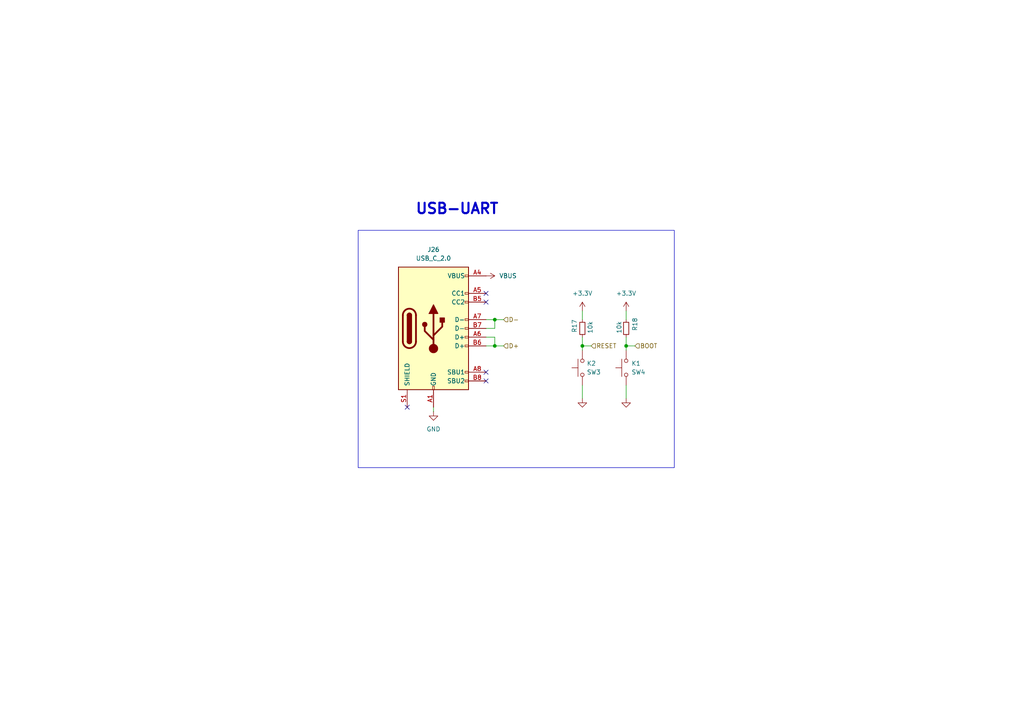
<source format=kicad_sch>
(kicad_sch (version 20231120) (generator "eeschema") (generator_version "8.0")
  (paper "A4")
  (lib_symbols
    (symbol "Connector:USB_C_Receptacle_USB2.0" (pin_names (offset 1.016))
      (property "Reference" "J" (at -10.16 19.05 0))
      (property "Value" "USB_C_Receptacle_USB2.0" (at 19.05 19.05 0))
      (symbol "USB_C_Receptacle_USB2.0_0_0"
        (rectangle (start -0.254 -17.78) (end 0.254 -16.764))
        (rectangle (start 10.16 -14.986) (end 9.144 -15.494))
        (rectangle (start 10.16 -12.446) (end 9.144 -12.954))
        (rectangle (start 10.16 -4.826) (end 9.144 -5.334))
        (rectangle (start 10.16 -2.286) (end 9.144 -2.794))
        (rectangle (start 10.16 0.254) (end 9.144 -0.254))
        (rectangle (start 10.16 2.794) (end 9.144 2.286))
        (rectangle (start 10.16 7.874) (end 9.144 7.366))
        (rectangle (start 10.16 10.414) (end 9.144 9.906))
        (rectangle (start 10.16 15.494) (end 9.144 14.986))
      )
      (symbol "USB_C_Receptacle_USB2.0_0_1"
        (rectangle (start -10.16 17.78) (end 10.16 -17.78) (stroke (width 0.254)) (fill (type background)))
        (arc (start -8.89 -3.81) (mid -6.985 -5.7067) (end -5.08 -3.81) (stroke (width 0.508)))
        (arc (start -7.62 -3.81) (mid -6.985 -4.4423) (end -6.35 -3.81) (stroke (width 0.254)))
        (arc (start -7.62 -3.81) (mid -6.985 -4.4423) (end -6.35 -3.81) (stroke (width 0.254)) (fill (type outline)))
        (rectangle (start -7.62 -3.81) (end -6.35 3.81) (stroke (width 0.254)) (fill (type outline)))
        (arc (start -6.35 3.81) (mid -6.985 4.4423) (end -7.62 3.81) (stroke (width 0.254)))
        (arc (start -6.35 3.81) (mid -6.985 4.4423) (end -7.62 3.81) (stroke (width 0.254)) (fill (type outline)))
        (arc (start -5.08 3.81) (mid -6.985 5.7067) (end -8.89 3.81) (stroke (width 0.508)))
        (circle (center -2.54 1.143) (radius 0.635) (stroke (width 0.254)) (fill (type outline)))
        (circle (center 0 -5.842) (radius 1.27) (fill (type outline)))
        (polyline (pts (xy -8.89 -3.81) (xy -8.89 3.81)) (stroke (width 0.508)))
        (polyline (pts (xy -5.08 3.81) (xy -5.08 -3.81)) (stroke (width 0.508)))
        (polyline (pts (xy 0 -5.842) (xy 0 4.318)) (stroke (width 0.508)))
        (polyline (pts (xy 0 -3.302) (xy -2.54 -0.762) (xy -2.54 0.508)) (stroke (width 0.508)))
        (polyline (pts (xy 0 -2.032) (xy 2.54 0.508) (xy 2.54 1.778)) (stroke (width 0.508)))
        (polyline (pts (xy -1.27 4.318) (xy 0 6.858) (xy 1.27 4.318) (xy -1.27 4.318)) (stroke (width 0.254)) (fill (type outline)))
        (rectangle (start 1.905 1.778) (end 3.175 3.048) (stroke (width 0.254)) (fill (type outline)))
      )
      (symbol "USB_C_Receptacle_USB2.0_1_1"
        (pin passive line (at 0 -22.86 90) (length 5.08) (name "GND") (number "A1"))
        (pin passive line (at 0 -22.86 90) (length 5.08) hide (name "GND") (number "A12"))
        (pin passive line (at 15.24 15.24 180) (length 5.08) (name "VBUS") (number "A4"))
        (pin bidirectional line (at 15.24 10.16 180) (length 5.08) (name "CC1") (number "A5"))
        (pin bidirectional line (at 15.24 -2.54 180) (length 5.08) (name "D+") (number "A6"))
        (pin bidirectional line (at 15.24 2.54 180) (length 5.08) (name "D-") (number "A7"))
        (pin bidirectional line (at 15.24 -12.7 180) (length 5.08) (name "SBU1") (number "A8"))
        (pin passive line (at 15.24 15.24 180) (length 5.08) hide (name "VBUS") (number "A9"))
        (pin passive line (at 0 -22.86 90) (length 5.08) hide (name "GND") (number "B1"))
        (pin passive line (at 0 -22.86 90) (length 5.08) hide (name "GND") (number "B12"))
        (pin passive line (at 15.24 15.24 180) (length 5.08) hide (name "VBUS") (number "B4"))
        (pin bidirectional line (at 15.24 7.62 180) (length 5.08) (name "CC2") (number "B5"))
        (pin bidirectional line (at 15.24 -5.08 180) (length 5.08) (name "D+") (number "B6"))
        (pin bidirectional line (at 15.24 0 180) (length 5.08) (name "D-") (number "B7"))
        (pin bidirectional line (at 15.24 -15.24 180) (length 5.08) (name "SBU2") (number "B8"))
        (pin passive line (at 15.24 15.24 180) (length 5.08) hide (name "VBUS") (number "B9"))
        (pin passive line (at -7.62 -22.86 90) (length 5.08) (name "SHIELD") (number "S1"))
      )
    )
    (symbol "Device:R_Small" (pin_numbers hide) (pin_names (offset 0.254) hide)
      (property "Reference" "R" (at 0.762 0.508 0))
      (property "Value" "R_Small" (at 0.762 -1.016 0))
      (symbol "R_Small_0_1"
        (rectangle (start -0.762 1.778) (end 0.762 -1.778) (stroke (width 0.2032)))
      )
      (symbol "R_Small_1_1"
        (pin passive line (at 0 2.54 270) (length 0.762) (name "~") (number "1"))
        (pin passive line (at 0 -2.54 90) (length 0.762) (name "~") (number "2"))
      )
    )
    (symbol "GND_1" (power) (pin_numbers hide) (pin_names (offset 0) hide)
      (property "Value" "GND" (at 0 -3.81 0))
      (symbol "GND_1_0_1"
        (polyline (pts (xy 0 0) (xy 0 -1.27) (xy 1.27 -1.27) (xy 0 -2.54) (xy -1.27 -1.27) (xy 0 -1.27)))
      )
      (symbol "GND_1_1_1"
        (pin power_in line (at 0 0 270) (length 0) (name "~") (number "1"))
      )
    )
    (symbol "Switch:SW_Push" (pin_numbers hide) (pin_names (offset 1.016) hide)
      (property "Reference" "SW" (at 1.27 2.54 0))
      (property "Value" "SW_Push" (at 0 -1.524 0))
      (symbol "SW_Push_0_1"
        (circle (center -2.032 0) (radius 0.508))
        (polyline (pts (xy 0 1.27) (xy 0 3.048)))
        (polyline (pts (xy 2.54 1.27) (xy -2.54 1.27)))
        (circle (center 2.032 0) (radius 0.508))
        (pin passive line (at -5.08 0 0) (length 2.54) (name "1") (number "1"))
        (pin passive line (at 5.08 0 180) (length 2.54) (name "2") (number "2"))
      )
    )
    (symbol "power:+3.3V" (power) (pin_names (offset 0))
      (property "Value" "+3.3V" (at 0 3.556 0))
      (symbol "+3.3V_0_1"
        (polyline (pts (xy -0.762 1.27) (xy 0 2.54)))
        (polyline (pts (xy 0 0) (xy 0 2.54)))
        (polyline (pts (xy 0 2.54) (xy 0.762 1.27)))
      )
      (symbol "+3.3V_1_1"
        (pin power_in line (at 0 0 90) (length 0) hide (name "+3.3V") (number "1"))
      )
    )
    (symbol "power:GND" (power) (pin_names (offset 0))
      (property "Value" "GND" (at 0 -3.81 0))
      (symbol "GND_0_1"
        (polyline (pts (xy 0 0) (xy 0 -1.27) (xy 1.27 -1.27) (xy 0 -2.54) (xy -1.27 -1.27) (xy 0 -1.27)))
      )
      (symbol "GND_1_1"
        (pin power_in line (at 0 0 270) (length 0) hide (name "GND") (number "1"))
      )
    )
    (symbol "power:VBUS" (power) (pin_numbers hide) (pin_names (offset 0) hide)
      (property "Value" "VBUS" (at 0 3.556 0))
      (symbol "VBUS_0_1"
        (polyline (pts (xy -0.762 1.27) (xy 0 2.54)))
        (polyline (pts (xy 0 0) (xy 0 2.54)))
        (polyline (pts (xy 0 2.54) (xy 0.762 1.27)))
      )
      (symbol "VBUS_1_1"
        (pin power_in line (at 0 0 90) (length 0) (name "~") (number "1"))
      )
    )
  )
  (junction (at 168.91 100.33))
  (junction (at 181.61 100.33))
  (junction (at 143.51 92.71))
  (junction (at 143.51 100.33))
  (no_connect (at 118.11 118.11))
  (no_connect (at 140.97 85.09))
  (no_connect (at 140.97 87.63))
  (no_connect (at 140.97 107.95))
  (no_connect (at 140.97 110.49))
  (wire (pts (xy 143.51 97.79) (xy 143.51 100.33)))
  (wire (pts (xy 143.51 92.71) (xy 146.05 92.71)))
  (wire (pts (xy 168.91 97.79) (xy 168.91 100.33)))
  (wire (pts (xy 181.61 100.33) (xy 184.15 100.33)))
  (wire (pts (xy 168.91 100.33) (xy 171.45 100.33)))
  (wire (pts (xy 140.97 97.79) (xy 143.51 97.79)))
  (wire (pts (xy 168.91 111.76) (xy 168.91 115.57)))
  (wire (pts (xy 168.91 90.17) (xy 168.91 92.71)))
  (wire (pts (xy 181.61 111.76) (xy 181.61 115.57)))
  (wire (pts (xy 181.61 97.79) (xy 181.61 100.33)))
  (wire (pts (xy 140.97 95.25) (xy 143.51 95.25)))
  (wire (pts (xy 125.73 118.11) (xy 125.73 119.38)))
  (wire (pts (xy 143.51 92.71) (xy 140.97 92.71)))
  (wire (pts (xy 181.61 90.17) (xy 181.61 92.71)))
  (wire (pts (xy 168.91 100.33) (xy 168.91 101.6)))
  (wire (pts (xy 140.97 100.33) (xy 143.51 100.33)))
  (wire (pts (xy 143.51 100.33) (xy 146.05 100.33)))
  (wire (pts (xy 143.51 95.25) (xy 143.51 92.71)))
  (wire (pts (xy 181.61 100.33) (xy 181.61 101.6)))
  (rectangle (start 103.886 66.802) (end 195.58 135.636))
  (text "USB-UART\n" (at 132.588 60.706 0) (effects (font (size 3 3) (thickness 0.6) (bold yes))))
  (hierarchical_label "D-" (shape input) (at 146.05 92.71 0))
  (hierarchical_label "RESET" (shape input) (at 171.45 100.33 0))
  (hierarchical_label "BOOT" (shape input) (at 184.15 100.33 0))
  (hierarchical_label "D+" (shape input) (at 146.05 100.33 0))
  (symbol (lib_id "Switch:SW_Push") (at 181.61 106.68 90) (unit 1)
    (property "Reference" "SW4" (at 183.134 107.95 90) (effects (justify right)))
    (property "Value" "K1" (at 183.134 105.41 90) (effects (justify right)))
    (property "Footprint" "Button_Switch_SMD:SW_Push_SPST_NO_Alps_SKRK" (effects (hide yes)))
  )
  (symbol (lib_id "Switch:SW_Push") (at 168.91 106.68 90) (unit 1)
    (property "Reference" "SW3" (at 170.18 107.95 90) (effects (justify right)))
    (property "Value" "K2" (at 170.18 105.41 90) (effects (justify right)))
    (property "Footprint" "Button_Switch_SMD:SW_Push_SPST_NO_Alps_SKRK" (effects (hide yes)))
  )
  (symbol (lib_id "power:GND") (at 181.61 115.57 0) (unit 1)
    (property "Reference" "#PWR094" (effects (hide yes)))
    (property "Value" "GND" (effects (hide yes)))
  )
  (symbol (lib_id "Device:R_Small") (at 181.61 95.25 180) (unit 1)
    (property "Reference" "R18" (at 184.15 96.012 90) (effects (justify right)))
    (property "Value" "10k" (at 179.578 96.774 90) (effects (justify right)))
    (property "Footprint" "Resistor_SMD:R_0603_1608Metric" (effects (hide yes)))
  )
  (symbol (lib_id "power:GND") (at 168.91 115.57 0) (unit 1)
    (property "Reference" "#PWR092" (effects (hide yes)))
    (property "Value" "GND" (effects (hide yes)))
  )
  (symbol (lib_id "power:VBUS") (at 140.97 80.01 270) (unit 1)
    (property "Reference" "#PWR090" (effects (hide yes)))
    (property "Value" "VBUS" (at 144.78 80.0099 90) (effects (justify left)))
    (property "Description" "Power symbol creates a global label with name \"VBUS\"" (effects (hide yes)))
  )
  (symbol (lib_id "Device:R_Small") (at 168.91 95.25 180) (unit 1)
    (property "Reference" "R17" (at 166.624 96.52 90) (effects (justify right)))
    (property "Value" "10k" (at 171.196 96.774 90) (effects (justify right)))
    (property "Footprint" "Resistor_SMD:R_0603_1608Metric" (effects (hide yes)))
  )
  (symbol (lib_id "power:+3.3V") (at 168.91 90.17 0) (unit 1)
    (property "Reference" "#PWR091" (effects (hide yes)))
    (property "Value" "+3.3V" (at 168.91 85.09 0))
  )
  (symbol (lib_id "power:+3.3V") (at 181.61 90.17 0) (unit 1)
    (property "Reference" "#PWR093" (effects (hide yes)))
    (property "Value" "+3.3V" (at 181.61 85.09 0))
  )
  (symbol (lib_name "GND_1") (lib_id "power:GND") (at 125.73 119.38 0) (unit 1)
    (property "Reference" "#PWR089" (effects (hide yes)))
    (property "Value" "GND" (at 125.73 124.46 0))
    (property "Description" "Power symbol creates a global label with name \"GND\" , ground" (effects (hide yes)))
  )
  (symbol (lib_id "Connector:USB_C_Receptacle_USB2.0") (at 125.73 95.25 0) (unit 1)
    (property "Reference" "J26" (at 125.73 72.39 0))
    (property "Value" "USB_C_2.0" (at 125.73 74.93 0))
    (property "Footprint" "Connector_USB:USB_C_Receptacle_Palconn_UTC16-G" (effects (hide yes)))
    (property "Datasheet" "https://www.usb.org/sites/default/files/documents/usb_type-c.zip" (effects (hide yes)))
  )
)
</source>
